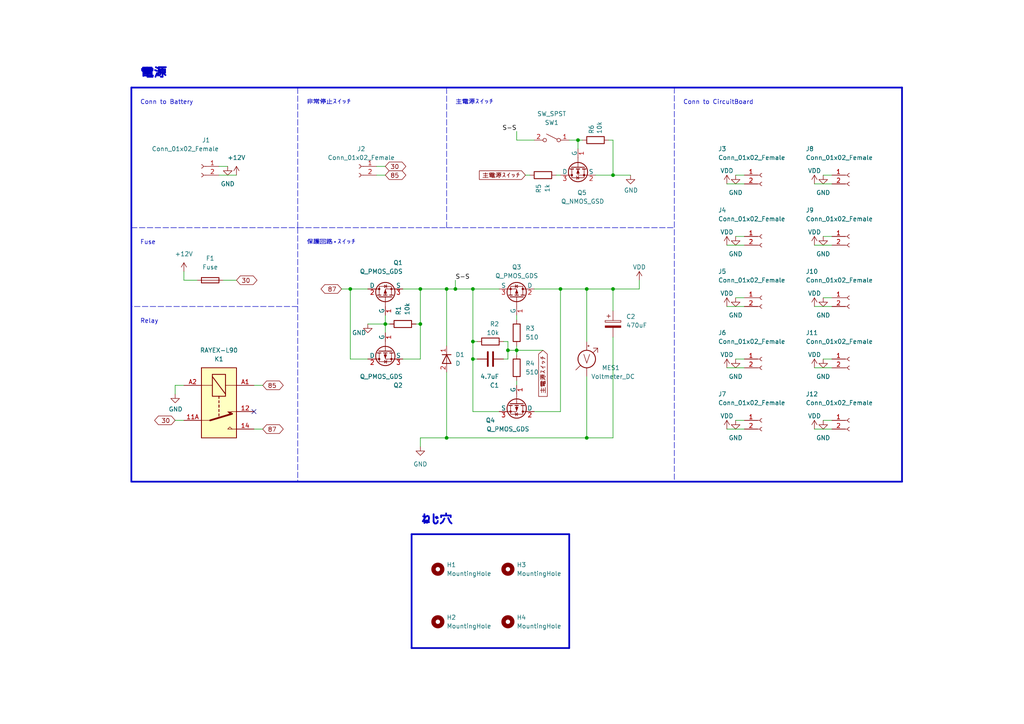
<source format=kicad_sch>
(kicad_sch (version 20211123) (generator eeschema)
  (paper "A4")
  (lib_symbols
    (symbol "Connector:Conn_01x02_Female" (pin_names (offset 1.016) hide)
      (property "Reference" "J" (at 0 2.54 0))
      (property "Value" "Conn_01x02_Female" (at 0 -5.08 0))
      (symbol "Conn_01x02_Female_1_1"
        (arc (start 0 -2.032) (mid -0.508 -2.54) (end 0 -3.048) (stroke (width 0.1524)))
        (polyline (pts (xy -1.27 -2.54) (xy -0.508 -2.54)) (stroke (width 0.1524)))
        (polyline (pts (xy -1.27 0) (xy -0.508 0)) (stroke (width 0.1524)))
        (arc (start 0 0.508) (mid -0.508 0) (end 0 -0.508) (stroke (width 0.1524)))
        (pin passive line (at -5.08 0 0) (length 3.81) (name "Pin_1") (number "1"))
        (pin passive line (at -5.08 -2.54 0) (length 3.81) (name "Pin_2") (number "2"))
      )
    )
    (symbol "D_3" (pin_names (offset 1.016) hide)
      (property "Reference" "D" (at 0 2.54 0))
      (property "Value" "D_3" (at 0 -2.54 0))
      (symbol "D_3_0_1"
        (polyline (pts (xy -1.27 1.27) (xy -1.27 -1.27)) (stroke (width 0.254)))
        (polyline (pts (xy 1.27 0) (xy -1.27 0)))
        (polyline (pts (xy 1.27 1.27) (xy 1.27 -1.27) (xy -1.27 0) (xy 1.27 1.27)) (stroke (width 0.254)))
      )
      (symbol "D_3_1_1"
        (pin passive line (at -3.81 0 0) (length 2.54) (name "K") (number "1"))
        (pin passive line (at 3.81 0 180) (length 2.54) (name "A") (number "2"))
      )
    )
    (symbol "Device:C" (pin_numbers hide) (pin_names (offset 0.254))
      (property "Reference" "C" (at 0.635 2.54 0))
      (property "Value" "C" (at 0.635 -2.54 0))
      (symbol "C_0_1"
        (polyline (pts (xy -2.032 -0.762) (xy 2.032 -0.762)) (stroke (width 0.508)))
        (polyline (pts (xy -2.032 0.762) (xy 2.032 0.762)) (stroke (width 0.508)))
      )
      (symbol "C_1_1"
        (pin passive line (at 0 3.81 270) (length 2.794) (name "~") (number "1"))
        (pin passive line (at 0 -3.81 90) (length 2.794) (name "~") (number "2"))
      )
    )
    (symbol "Device:C_Polarized" (pin_numbers hide) (pin_names (offset 0.254))
      (property "Reference" "C" (at 0.635 2.54 0))
      (property "Value" "C_Polarized" (at 0.635 -2.54 0))
      (symbol "C_Polarized_0_1"
        (rectangle (start -2.286 0.508) (end 2.286 1.016))
        (polyline (pts (xy -1.778 2.286) (xy -0.762 2.286)))
        (polyline (pts (xy -1.27 2.794) (xy -1.27 1.778)))
        (rectangle (start 2.286 -0.508) (end -2.286 -1.016) (fill (type outline)))
      )
      (symbol "C_Polarized_1_1"
        (pin passive line (at 0 3.81 270) (length 2.794) (name "~") (number "1"))
        (pin passive line (at 0 -3.81 90) (length 2.794) (name "~") (number "2"))
      )
    )
    (symbol "Device:Fuse" (pin_numbers hide) (pin_names (offset 0))
      (property "Reference" "F" (at 2.032 0 90))
      (property "Value" "Fuse" (at -1.905 0 90))
      (symbol "Fuse_0_1"
        (rectangle (start -0.762 -2.54) (end 0.762 2.54) (stroke (width 0.254)))
        (polyline (pts (xy 0 2.54) (xy 0 -2.54)))
      )
      (symbol "Fuse_1_1"
        (pin passive line (at 0 3.81 270) (length 1.27) (name "~") (number "1"))
        (pin passive line (at 0 -3.81 90) (length 1.27) (name "~") (number "2"))
      )
    )
    (symbol "Device:Q_PMOS_GDS" (pin_names (offset 0))
      (property "Reference" "Q" (at 5.08 1.27 0))
      (property "Value" "Q_PMOS_GDS" (at 5.08 -1.27 0))
      (symbol "Q_PMOS_GDS_0_1"
        (polyline (pts (xy 0.254 0) (xy -2.54 0)))
        (polyline (pts (xy 0.254 1.905) (xy 0.254 -1.905)) (stroke (width 0.254)))
        (polyline (pts (xy 0.762 -1.27) (xy 0.762 -2.286)) (stroke (width 0.254)))
        (polyline (pts (xy 0.762 0.508) (xy 0.762 -0.508)) (stroke (width 0.254)))
        (polyline (pts (xy 0.762 2.286) (xy 0.762 1.27)) (stroke (width 0.254)))
        (polyline (pts (xy 2.54 2.54) (xy 2.54 1.778)))
        (polyline (pts (xy 2.54 -2.54) (xy 2.54 0) (xy 0.762 0)))
        (polyline (pts (xy 0.762 1.778) (xy 3.302 1.778) (xy 3.302 -1.778) (xy 0.762 -1.778)))
        (polyline (pts (xy 2.286 0) (xy 1.27 0.381) (xy 1.27 -0.381) (xy 2.286 0)) (fill (type outline)))
        (polyline (pts (xy 2.794 -0.508) (xy 2.921 -0.381) (xy 3.683 -0.381) (xy 3.81 -0.254)))
        (polyline (pts (xy 3.302 -0.381) (xy 2.921 0.254) (xy 3.683 0.254) (xy 3.302 -0.381)))
        (circle (center 1.651 0) (radius 2.794) (stroke (width 0.254)))
        (circle (center 2.54 -1.778) (radius 0.254) (fill (type outline)))
        (circle (center 2.54 1.778) (radius 0.254) (fill (type outline)))
      )
      (symbol "Q_PMOS_GDS_1_1"
        (pin input line (at -5.08 0 0) (length 2.54) (name "G") (number "1"))
        (pin passive line (at 2.54 5.08 270) (length 2.54) (name "D") (number "2"))
        (pin passive line (at 2.54 -5.08 90) (length 2.54) (name "S") (number "3"))
      )
    )
    (symbol "Device:R" (pin_numbers hide) (pin_names (offset 0))
      (property "Reference" "R" (at 2.032 0 90))
      (property "Value" "R" (at 0 0 90))
      (symbol "R_0_1"
        (rectangle (start -1.016 -2.54) (end 1.016 2.54) (stroke (width 0.254)))
      )
      (symbol "R_1_1"
        (pin passive line (at 0 3.81 270) (length 1.27) (name "~") (number "1"))
        (pin passive line (at 0 -3.81 90) (length 1.27) (name "~") (number "2"))
      )
    )
    (symbol "Device:Voltmeter_DC" (pin_numbers hide) (pin_names (offset 0.0254) hide)
      (property "Reference" "MES" (at -3.302 1.016 0))
      (property "Value" "Voltmeter_DC" (at -3.302 -0.762 0))
      (symbol "Voltmeter_DC_0_0"
        (polyline (pts (xy -3.175 -3.175) (xy -1.905 -1.905)))
        (polyline (pts (xy 1.905 1.905) (xy 3.175 3.175)))
        (polyline (pts (xy 1.905 3.175) (xy 3.175 3.175) (xy 3.175 1.905)))
        (text "V" (at 0 0 0) (effects (font (size 2.54 2.54))))
      )
      (symbol "Voltmeter_DC_0_1"
        (polyline (pts (xy 0.254 3.81) (xy 0.762 3.81)))
        (polyline (pts (xy 0.508 4.064) (xy 0.508 3.556)))
        (circle (center 0 0) (radius 2.54) (stroke (width 0.254)))
      )
      (symbol "Voltmeter_DC_1_1"
        (pin passive line (at 0 -5.08 90) (length 2.54) (name "-") (number "1"))
        (pin passive line (at 0 5.08 270) (length 2.54) (name "+") (number "2"))
      )
    )
    (symbol "Mechanical:MountingHole" (pin_names (offset 1.016))
      (property "Reference" "H" (at 0 5.08 0))
      (property "Value" "MountingHole" (at 0 3.175 0))
      (symbol "MountingHole_0_1"
        (circle (center 0 0) (radius 1.27) (stroke (width 1.27)))
      )
    )
    (symbol "Q_NMOS_GSD_1" (pin_names (offset 0))
      (property "Reference" "Q" (at 5.08 1.27 0))
      (property "Value" "Q_NMOS_GSD_1" (at 5.08 -1.27 0))
      (symbol "Q_NMOS_GSD_1_0_1"
        (polyline (pts (xy 0.254 0) (xy -2.54 0)))
        (polyline (pts (xy 0.254 1.905) (xy 0.254 -1.905)) (stroke (width 0.254)))
        (polyline (pts (xy 0.762 -1.27) (xy 0.762 -2.286)) (stroke (width 0.254)))
        (polyline (pts (xy 0.762 0.508) (xy 0.762 -0.508)) (stroke (width 0.254)))
        (polyline (pts (xy 0.762 2.286) (xy 0.762 1.27)) (stroke (width 0.254)))
        (polyline (pts (xy 2.54 2.54) (xy 2.54 1.778)))
        (polyline (pts (xy 2.54 -2.54) (xy 2.54 0) (xy 0.762 0)))
        (polyline (pts (xy 0.762 -1.778) (xy 3.302 -1.778) (xy 3.302 1.778) (xy 0.762 1.778)))
        (polyline (pts (xy 1.016 0) (xy 2.032 0.381) (xy 2.032 -0.381) (xy 1.016 0)) (fill (type outline)))
        (polyline (pts (xy 2.794 0.508) (xy 2.921 0.381) (xy 3.683 0.381) (xy 3.81 0.254)))
        (polyline (pts (xy 3.302 0.381) (xy 2.921 -0.254) (xy 3.683 -0.254) (xy 3.302 0.381)))
        (circle (center 1.651 0) (radius 2.794) (stroke (width 0.254)))
        (circle (center 2.54 -1.778) (radius 0.254) (fill (type outline)))
        (circle (center 2.54 1.778) (radius 0.254) (fill (type outline)))
      )
      (symbol "Q_NMOS_GSD_1_1_1"
        (pin input line (at -5.08 0 0) (length 2.54) (name "G") (number "1"))
        (pin passive line (at 2.54 -5.08 90) (length 2.54) (name "S") (number "2"))
        (pin passive line (at 2.54 5.08 270) (length 2.54) (name "D") (number "3"))
      )
    )
    (symbol "Relay:RAYEX-L90"
      (property "Reference" "K1" (at 0 15.24 90))
      (property "Value" "RAYEX-L90" (at 0 12.7 90))
      (symbol "RAYEX-L90_1_0"
        (polyline (pts (xy 2.54 3.81) (xy 2.54 5.08)))
        (polyline (pts (xy 7.62 3.81) (xy 7.62 5.08)))
        (polyline (pts (xy 7.62 3.81) (xy 7.62 2.54) (xy 6.985 3.175) (xy 7.62 3.81)))
      )
      (symbol "RAYEX-L90_1_1"
        (rectangle (start -10.16 5.08) (end 10.16 -5.08) (stroke (width 0.254)) (fill (type background)))
        (rectangle (start -8.255 1.905) (end -1.905 -1.905) (stroke (width 0.254)))
        (polyline (pts (xy -7.62 -1.905) (xy -2.54 1.905)) (stroke (width 0.254)))
        (polyline (pts (xy -5.08 -5.08) (xy -5.08 -1.905)))
        (polyline (pts (xy -5.08 5.08) (xy -5.08 1.905)))
        (polyline (pts (xy -1.905 0) (xy -1.27 0)) (stroke (width 0.254)))
        (polyline (pts (xy -0.635 0) (xy 0 0)) (stroke (width 0.254)))
        (polyline (pts (xy 0.635 0) (xy 1.27 0)) (stroke (width 0.254)))
        (polyline (pts (xy 0.635 0) (xy 1.27 0)) (stroke (width 0.254)))
        (polyline (pts (xy 1.905 0) (xy 2.54 0)) (stroke (width 0.254)))
        (polyline (pts (xy 3.175 0) (xy 3.81 0)) (stroke (width 0.254)))
        (polyline (pts (xy 5.08 -2.54) (xy 3.175 3.81)) (stroke (width 0.508)))
        (polyline (pts (xy 5.08 -2.54) (xy 5.08 -5.08)))
        (polyline (pts (xy 2.54 2.54) (xy 3.175 3.175) (xy 2.54 3.81)) (fill (type outline)))
        (pin passive line (at 5.08 -10.16 90) (length 5.08) (name "~") (number "11A"))
        (pin passive line (at 2.54 10.16 270) (length 5.08) (name "~") (number "12"))
        (pin passive line (at 7.62 10.16 270) (length 5.08) (name "~") (number "14"))
        (pin passive line (at -5.08 10.16 270) (length 5.08) (name "~") (number "A1"))
        (pin passive line (at -5.08 -10.16 90) (length 5.08) (name "~") (number "A2"))
      )
    )
    (symbol "Switch:SW_SPST" (pin_names (offset 0) hide)
      (property "Reference" "SW" (at 0 3.175 0))
      (property "Value" "SW_SPST" (at 0 -2.54 0))
      (symbol "SW_SPST_0_0"
        (circle (center -2.032 0) (radius 0.508))
        (polyline (pts (xy -1.524 0.254) (xy 1.524 1.778)))
        (circle (center 2.032 0) (radius 0.508))
      )
      (symbol "SW_SPST_1_1"
        (pin passive line (at -5.08 0 0) (length 2.54) (name "A") (number "1"))
        (pin passive line (at 5.08 0 180) (length 2.54) (name "B") (number "2"))
      )
    )
    (symbol "power:+12V" (power) (pin_names (offset 0))
      (property "Value" "+12V" (at 0 3.556 0))
      (symbol "+12V_0_1"
        (polyline (pts (xy -0.762 1.27) (xy 0 2.54)))
        (polyline (pts (xy 0 0) (xy 0 2.54)))
        (polyline (pts (xy 0 2.54) (xy 0.762 1.27)))
      )
      (symbol "+12V_1_1"
        (pin power_in line (at 0 0 90) (length 0) hide (name "+12V") (number "1"))
      )
    )
    (symbol "power:GND" (power) (pin_names (offset 0))
      (property "Value" "GND" (at 0 -3.81 0))
      (symbol "GND_0_1"
        (polyline (pts (xy 0 0) (xy 0 -1.27) (xy 1.27 -1.27) (xy 0 -2.54) (xy -1.27 -1.27) (xy 0 -1.27)))
      )
      (symbol "GND_1_1"
        (pin power_in line (at 0 0 270) (length 0) hide (name "GND") (number "1"))
      )
    )
    (symbol "power:VDD" (power) (pin_names (offset 0))
      (property "Value" "VDD" (at 0 3.81 0))
      (symbol "VDD_0_1"
        (polyline (pts (xy -0.762 1.27) (xy 0 2.54)))
        (polyline (pts (xy 0 0) (xy 0 2.54)))
        (polyline (pts (xy 0 2.54) (xy 0.762 1.27)))
      )
      (symbol "VDD_1_1"
        (pin power_in line (at 0 0 90) (length 0) hide (name "VDD") (number "1"))
      )
    )
  )
  (junction (at 132.08 83.82))
  (junction (at 137.16 83.82))
  (junction (at 137.16 99.06))
  (junction (at 170.18 127))
  (junction (at 101.6 83.82))
  (junction (at 167.64 40.64))
  (junction (at 121.92 93.98))
  (junction (at 177.8 83.82))
  (junction (at 121.92 83.82))
  (junction (at 129.54 83.82))
  (junction (at 149.86 101.6))
  (junction (at 137.16 104.14))
  (junction (at 162.56 83.82))
  (junction (at 147.32 101.6))
  (junction (at 177.8 50.8))
  (junction (at 170.18 83.82))
  (junction (at 111.76 93.98))
  (junction (at 129.54 127))
  (no_connect (at 73.66 119.38))
  (wire (pts (xy 167.64 40.64) (xy 168.91 40.64)))
  (polyline (pts (xy 86.36 66.04) (xy 129.54 66.04)))
  (wire (pts (xy 63.5 48.26) (xy 66.04 48.26)))
  (polyline (pts (xy 86.36 66.04) (xy 86.36 88.9)))
  (polyline (pts (xy 86.36 66.04) (xy 86.36 25.4)))
  (wire (pts (xy 215.9 50.8) (xy 213.36 50.8)))
  (wire (pts (xy 50.8 114.3) (xy 50.8 111.76)))
  (wire (pts (xy 177.8 127) (xy 170.18 127)))
  (wire (pts (xy 149.86 40.64) (xy 154.94 40.64)))
  (wire (pts (xy 241.3 50.8) (xy 238.76 50.8)))
  (wire (pts (xy 241.3 86.36) (xy 238.76 86.36)))
  (wire (pts (xy 177.8 83.82) (xy 185.42 83.82)))
  (wire (pts (xy 170.18 83.82) (xy 170.18 99.06)))
  (wire (pts (xy 121.92 104.14) (xy 116.84 104.14)))
  (polyline (pts (xy 38.1 139.7) (xy 261.62 139.7)) (stroke (width 0.5) (type solid)))
  (wire (pts (xy 121.92 93.98) (xy 121.92 104.14)))
  (polyline (pts (xy 86.36 88.9) (xy 38.1 88.9)))
  (polyline (pts (xy 86.36 88.9) (xy 86.36 139.7)))
  (wire (pts (xy 101.6 104.14) (xy 106.68 104.14)))
  (wire (pts (xy 241.3 124.46) (xy 236.22 124.46)))
  (wire (pts (xy 50.8 111.76) (xy 53.34 111.76)))
  (wire (pts (xy 241.3 71.12) (xy 236.22 71.12)))
  (wire (pts (xy 215.9 104.14) (xy 213.36 104.14)))
  (wire (pts (xy 177.8 83.82) (xy 177.8 90.17)))
  (wire (pts (xy 137.16 99.06) (xy 137.16 104.14)))
  (wire (pts (xy 149.86 101.6) (xy 149.86 102.87)))
  (wire (pts (xy 63.5 50.8) (xy 68.58 50.8)))
  (wire (pts (xy 73.66 111.76) (xy 76.2 111.76)))
  (wire (pts (xy 154.94 83.82) (xy 162.56 83.82)))
  (wire (pts (xy 137.16 83.82) (xy 144.78 83.82)))
  (wire (pts (xy 101.6 83.82) (xy 106.68 83.82)))
  (polyline (pts (xy 129.54 66.04) (xy 129.54 25.4)))
  (polyline (pts (xy 119.38 154.94) (xy 119.38 187.96)) (stroke (width 0.5) (type solid)))
  (wire (pts (xy 120.65 93.98) (xy 121.92 93.98)))
  (wire (pts (xy 215.9 124.46) (xy 210.82 124.46)))
  (wire (pts (xy 215.9 106.68) (xy 210.82 106.68)))
  (wire (pts (xy 241.3 88.9) (xy 236.22 88.9)))
  (wire (pts (xy 149.86 101.6) (xy 157.48 101.6)))
  (wire (pts (xy 50.8 121.92) (xy 53.34 121.92)))
  (wire (pts (xy 99.06 83.82) (xy 101.6 83.82)))
  (wire (pts (xy 137.16 104.14) (xy 137.16 119.38)))
  (wire (pts (xy 215.9 71.12) (xy 210.82 71.12)))
  (wire (pts (xy 176.53 40.64) (xy 177.8 40.64)))
  (wire (pts (xy 53.34 81.28) (xy 57.15 81.28)))
  (wire (pts (xy 161.29 50.8) (xy 162.56 50.8)))
  (wire (pts (xy 149.86 38.1) (xy 149.86 40.64)))
  (polyline (pts (xy 261.62 139.7) (xy 261.62 25.4)) (stroke (width 0.5) (type solid)))
  (polyline (pts (xy 119.38 187.96) (xy 165.1 187.96)) (stroke (width 0.5) (type solid)))
  (polyline (pts (xy 38.1 25.4) (xy 38.1 139.7)) (stroke (width 0.5) (type solid)))
  (wire (pts (xy 129.54 127) (xy 170.18 127)))
  (wire (pts (xy 73.66 124.46) (xy 76.2 124.46)))
  (polyline (pts (xy 165.1 187.96) (xy 165.1 154.94)) (stroke (width 0.5) (type solid)))
  (wire (pts (xy 172.72 50.8) (xy 177.8 50.8)))
  (wire (pts (xy 149.86 110.49) (xy 149.86 111.76)))
  (polyline (pts (xy 119.38 154.94) (xy 165.1 154.94)) (stroke (width 0.5) (type solid)))
  (wire (pts (xy 147.32 104.14) (xy 146.05 104.14)))
  (wire (pts (xy 215.9 86.36) (xy 213.36 86.36)))
  (wire (pts (xy 215.9 88.9) (xy 210.82 88.9)))
  (wire (pts (xy 241.3 104.14) (xy 238.76 104.14)))
  (wire (pts (xy 121.92 83.82) (xy 121.92 93.98)))
  (wire (pts (xy 111.76 93.98) (xy 111.76 96.52)))
  (wire (pts (xy 129.54 107.95) (xy 129.54 127)))
  (wire (pts (xy 152.4 50.8) (xy 153.67 50.8)))
  (wire (pts (xy 165.1 40.64) (xy 167.64 40.64)))
  (wire (pts (xy 241.3 106.68) (xy 236.22 106.68)))
  (wire (pts (xy 116.84 83.82) (xy 121.92 83.82)))
  (wire (pts (xy 53.34 78.74) (xy 53.34 81.28)))
  (wire (pts (xy 177.8 50.8) (xy 182.88 50.8)))
  (wire (pts (xy 162.56 119.38) (xy 162.56 83.82)))
  (wire (pts (xy 111.76 93.98) (xy 113.03 93.98)))
  (wire (pts (xy 144.78 119.38) (xy 137.16 119.38)))
  (wire (pts (xy 170.18 83.82) (xy 177.8 83.82)))
  (wire (pts (xy 137.16 104.14) (xy 138.43 104.14)))
  (wire (pts (xy 154.94 119.38) (xy 162.56 119.38)))
  (wire (pts (xy 177.8 50.8) (xy 177.8 40.64)))
  (wire (pts (xy 129.54 83.82) (xy 129.54 100.33)))
  (wire (pts (xy 149.86 100.33) (xy 149.86 101.6)))
  (wire (pts (xy 215.9 53.34) (xy 210.82 53.34)))
  (wire (pts (xy 121.92 127) (xy 121.92 129.54)))
  (wire (pts (xy 241.3 68.58) (xy 238.76 68.58)))
  (wire (pts (xy 106.68 93.98) (xy 111.76 93.98)))
  (polyline (pts (xy 195.58 25.4) (xy 195.58 139.7)))
  (wire (pts (xy 215.9 68.58) (xy 213.36 68.58)))
  (wire (pts (xy 121.92 83.82) (xy 129.54 83.82)))
  (wire (pts (xy 111.76 91.44) (xy 111.76 93.98)))
  (polyline (pts (xy 129.54 66.04) (xy 195.58 66.04)))
  (wire (pts (xy 146.05 99.06) (xy 147.32 99.06)))
  (wire (pts (xy 177.8 97.79) (xy 177.8 127)))
  (wire (pts (xy 64.77 81.28) (xy 68.58 81.28)))
  (wire (pts (xy 147.32 101.6) (xy 149.86 101.6)))
  (wire (pts (xy 147.32 99.06) (xy 147.32 101.6)))
  (wire (pts (xy 101.6 83.82) (xy 101.6 104.14)))
  (wire (pts (xy 167.64 43.18) (xy 167.64 40.64)))
  (polyline (pts (xy 38.1 25.4) (xy 261.62 25.4)) (stroke (width 0.5) (type solid)))
  (wire (pts (xy 185.42 81.28) (xy 185.42 83.82)))
  (wire (pts (xy 132.08 83.82) (xy 137.16 83.82)))
  (wire (pts (xy 241.3 121.92) (xy 238.76 121.92)))
  (polyline (pts (xy 38.1 66.04) (xy 86.36 66.04)))
  (wire (pts (xy 109.22 48.26) (xy 111.76 48.26)))
  (wire (pts (xy 170.18 109.22) (xy 170.18 127)))
  (wire (pts (xy 137.16 99.06) (xy 138.43 99.06)))
  (wire (pts (xy 149.86 91.44) (xy 149.86 92.71)))
  (wire (pts (xy 215.9 121.92) (xy 213.36 121.92)))
  (wire (pts (xy 109.22 50.8) (xy 111.76 50.8)))
  (wire (pts (xy 137.16 83.82) (xy 137.16 99.06)))
  (wire (pts (xy 132.08 81.28) (xy 132.08 83.82)))
  (wire (pts (xy 129.54 83.82) (xy 132.08 83.82)))
  (wire (pts (xy 241.3 53.34) (xy 236.22 53.34)))
  (wire (pts (xy 162.56 83.82) (xy 170.18 83.82)))
  (wire (pts (xy 121.92 127) (xy 129.54 127)))
  (wire (pts (xy 147.32 101.6) (xy 147.32 104.14)))
  (text "主電源スイッチ" (at 132.08 30.48 0) (effects (font (size 1.27 1.27)) (justify left bottom)))
  (text "電源" (at 40.64 22.86 0) (effects (font (size 2.54 2.54) bold) (justify left bottom)))
  (text "ねじ穴" (at 121.92 152.4 0) (effects (font (size 2.54 2.54) (thickness 0.508) bold) (justify left bottom)))
  (text "Conn to Battery" (at 40.64 30.48 0) (effects (font (size 1.27 1.27)) (justify left bottom)))
  (text "保護回路・スイッチ" (at 88.9 71.12 0) (effects (font (size 1.27 1.27)) (justify left bottom)))
  (text "Relay" (at 40.64 93.98 0) (effects (font (size 1.27 1.27)) (justify left bottom)))
  (text "Conn to CircuitBoard" (at 198.12 30.48 0) (effects (font (size 1.27 1.27)) (justify left bottom)))
  (text "Fuse" (at 40.64 71.12 0) (effects (font (size 1.27 1.27)) (justify left bottom)))
  (text "非常停止スイッチ" (at 88.9 30.48 0) (effects (font (size 1.27 1.27)) (justify left bottom)))
  (label "S-S" (at 132.08 81.28 0))
  (label "S-S" (at 149.86 38.1 180))
  (global_label "85" (shape bidirectional) (at 111.76 50.8 0) (property "Intersheet References" "${INTERSHEET_REFS}" (effects hide)))
  (global_label "30" (shape bidirectional) (at 50.8 121.92 180) (property "Intersheet References" "${INTERSHEET_REFS}" (effects hide)))
  (global_label "87" (shape bidirectional) (at 99.06 83.82 180) (property "Intersheet References" "${INTERSHEET_REFS}" (effects hide)))
  (global_label "主電源スイッチ" (shape input) (at 152.4 50.8 180) (property "Intersheet References" "${INTERSHEET_REFS}" (effects hide)))
  (global_label "30" (shape bidirectional) (at 68.58 81.28 0) (property "Intersheet References" "${INTERSHEET_REFS}" (effects hide)))
  (global_label "85" (shape bidirectional) (at 76.2 111.76 0) (property "Intersheet References" "${INTERSHEET_REFS}" (effects hide)))
  (global_label "主電源スイッチ" (shape input) (at 157.48 101.6 270) (property "Intersheet References" "${INTERSHEET_REFS}" (effects hide)))
  (global_label "87" (shape bidirectional) (at 76.2 124.46 0) (property "Intersheet References" "${INTERSHEET_REFS}" (effects hide)))
  (global_label "30" (shape bidirectional) (at 111.76 48.26 0) (property "Intersheet References" "${INTERSHEET_REFS}" (effects hide)))
  (symbol (lib_id "Device:C") (at 142.24 104.14 90) (unit 1)
    (property "Reference" "C1" (at 144.78 111.76 90) (effects (justify left)))
    (property "Value" "4.7uF" (at 144.78 109.22 90) (effects (justify left)))
    (property "Footprint" "Capacitor_SMD:C_0805_2012Metric_Pad1.18x1.45mm_HandSolder" (effects hide))
  )
  (symbol (lib_id "power:GND") (at 66.04 48.26 0) (unit 1)
    (property "Reference" "#PWR0103" (effects hide))
    (property "Value" "GND" (at 66.04 53.34 0))
  )
  (symbol (lib_id "power:VDD") (at 210.82 88.9 0) (mirror y) (unit 1)
    (property "Reference" "#PWR0107" (effects hide))
    (property "Value" "VDD" (at 210.82 85.09 0))
  )
  (symbol (lib_id "Device:C_Polarized") (at 177.8 93.98 0) (unit 1)
    (property "Reference" "C2" (at 181.61 91.8209 0) (effects (justify left)))
    (property "Value" "470uF" (at 181.61 94.3609 0) (effects (justify left)))
    (property "Footprint" "Capacitor_SMD:C_Elec_8x10.2" (effects hide))
  )
  (symbol (lib_id "power:GND") (at 121.92 129.54 0) (unit 1)
    (property "Reference" "#PWR0117" (effects hide))
    (property "Value" "GND" (at 121.92 134.62 0))
  )
  (symbol (lib_name "D_3") (lib_id "Device:D") (at 129.54 104.14 270) (unit 1)
    (property "Reference" "D1" (at 132.08 102.8699 90) (effects (justify left)))
    (property "Value" "D" (at 132.08 105.4099 90) (effects (justify left)))
    (property "Footprint" "Diode_SMD:D_SOD-123" (effects hide))
  )
  (symbol (lib_id "Connector:Conn_01x02_Female") (at 246.38 86.36 0) (unit 1)
    (property "Reference" "J10" (at 233.68 78.74 0) (effects (justify left)))
    (property "Value" "Conn_01x02_Female" (at 233.68 81.28 0) (effects (justify left)))
    (property "Footprint" "Connector_AMASS:AMASS_XT30PW-M_1x02_P2.50mm_Horizontal" (effects hide))
  )
  (symbol (lib_id "Device:Q_PMOS_GDS") (at 111.76 101.6 90) (mirror x) (unit 1)
    (property "Reference" "Q2" (at 116.84 111.76 90) (effects (justify left)))
    (property "Value" "Q_PMOS_GDS" (at 116.84 109.22 90) (effects (justify left)))
    (property "Footprint" "Package_TO_SOT_SMD:TO-252-3_TabPin2" (effects hide))
  )
  (symbol (lib_id "power:GND") (at 238.76 104.14 0) (mirror y) (unit 1)
    (property "Reference" "#PWR0111" (effects hide))
    (property "Value" "GND" (at 238.76 109.22 0))
  )
  (symbol (lib_id "power:GND") (at 238.76 50.8 0) (mirror y) (unit 1)
    (property "Reference" "#PWR0126" (effects hide))
    (property "Value" "GND" (at 238.76 55.88 0))
  )
  (symbol (lib_id "Relay:RAYEX-L90") (at 63.5 116.84 270) (unit 1)
    (property "Reference" "K1" (at 63.5 104.14 90))
    (property "Value" "RAYEX-L90" (at 63.5 101.6 90))
    (property "Footprint" "Relay:TRV4-L-12V-Z-F" (effects hide))
    (property "Datasheet" "https://a3.sofastcdn.com/attachment/7jioKBjnRiiSrjrjknRiwS77gwbf3zmp/L90-SERIES.pdf" (effects hide))
  )
  (symbol (lib_id "Device:R") (at 157.48 50.8 270) (mirror x) (unit 1)
    (property "Reference" "R5" (at 156.2099 53.34 0) (effects (justify right)))
    (property "Value" "1k" (at 158.7499 53.34 0) (effects (justify right)))
    (property "Footprint" "Resistor_SMD:R_0603_1608Metric_Pad0.98x0.95mm_HandSolder" (effects hide))
  )
  (symbol (lib_id "power:VDD") (at 236.22 71.12 0) (mirror y) (unit 1)
    (property "Reference" "#PWR0125" (effects hide))
    (property "Value" "VDD" (at 236.22 67.31 0))
  )
  (symbol (lib_id "Device:Q_PMOS_GDS") (at 149.86 116.84 270) (unit 1)
    (property "Reference" "Q4" (at 142.24 121.92 90))
    (property "Value" "Q_PMOS_GDS" (at 147.32 124.46 90))
    (property "Footprint" "Package_TO_SOT_SMD:TO-252-3_TabPin2" (effects hide))
  )
  (symbol (lib_id "Connector:Conn_01x02_Female") (at 220.98 50.8 0) (unit 1)
    (property "Reference" "J3" (at 208.28 43.18 0) (effects (justify left)))
    (property "Value" "Conn_01x02_Female" (at 208.28 45.72 0) (effects (justify left)))
    (property "Footprint" "Connector_AMASS:AMASS_XT30PW-M_1x02_P2.50mm_Horizontal" (effects hide))
  )
  (symbol (lib_id "Device:Q_PMOS_GDS") (at 111.76 86.36 90) (unit 1)
    (property "Reference" "Q1" (at 116.84 76.2 90) (effects (justify left)))
    (property "Value" "Q_PMOS_GDS" (at 116.84 78.74 90) (effects (justify left)))
    (property "Footprint" "Package_TO_SOT_SMD:TO-252-3_TabPin2" (effects hide))
  )
  (symbol (lib_id "Device:Q_PMOS_GDS") (at 149.86 86.36 270) (mirror x) (unit 1)
    (property "Reference" "Q3" (at 149.86 77.47 90))
    (property "Value" "Q_PMOS_GDS" (at 149.86 80.01 90))
    (property "Footprint" "Package_TO_SOT_SMD:TO-252-3_TabPin2" (effects hide))
  )
  (symbol (lib_id "power:VDD") (at 236.22 88.9 0) (mirror y) (unit 1)
    (property "Reference" "#PWR0113" (effects hide))
    (property "Value" "VDD" (at 236.22 85.09 0))
  )
  (symbol (lib_id "Device:R") (at 142.24 99.06 90) (unit 1)
    (property "Reference" "R2" (at 144.78 93.98 90) (effects (justify left)))
    (property "Value" "10k" (at 144.78 96.52 90) (effects (justify left)))
    (property "Footprint" "Resistor_SMD:R_0603_1608Metric_Pad0.98x0.95mm_HandSolder" (effects hide))
  )
  (symbol (lib_id "power:VDD") (at 236.22 106.68 0) (mirror y) (unit 1)
    (property "Reference" "#PWR0110" (effects hide))
    (property "Value" "VDD" (at 236.22 102.87 0))
  )
  (symbol (lib_name "Q_NMOS_GSD_1") (lib_id "Device:Q_NMOS_GSD") (at 167.64 48.26 90) (mirror x) (unit 1)
    (property "Reference" "Q5" (at 170.18 55.88 90) (effects (justify left)))
    (property "Value" "Q_NMOS_GSD" (at 175.26 58.42 90) (effects (justify left)))
    (property "Footprint" "Package_TO_SOT_SMD:SOT-23_Handsoldering" (effects hide))
  )
  (symbol (lib_id "Device:R") (at 116.84 93.98 90) (unit 1)
    (property "Reference" "R1" (at 115.5699 91.44 0) (effects (justify left)))
    (property "Value" "10k" (at 118.1099 91.44 0) (effects (justify left)))
    (property "Footprint" "Resistor_SMD:R_0603_1608Metric_Pad0.98x0.95mm_HandSolder" (effects hide))
  )
  (symbol (lib_id "Connector:Conn_01x02_Female") (at 220.98 86.36 0) (unit 1)
    (property "Reference" "J5" (at 208.28 78.74 0) (effects (justify left)))
    (property "Value" "Conn_01x02_Female" (at 208.28 81.28 0) (effects (justify left)))
    (property "Footprint" "Connector_AMASS:AMASS_XT30PW-M_1x02_P2.50mm_Horizontal" (effects hide))
  )
  (symbol (lib_id "Connector:Conn_01x02_Female") (at 246.38 104.14 0) (unit 1)
    (property "Reference" "J11" (at 233.68 96.52 0) (effects (justify left)))
    (property "Value" "Conn_01x02_Female" (at 233.68 99.06 0) (effects (justify left)))
    (property "Footprint" "Connector_AMASS:AMASS_XT30PW-M_1x02_P2.50mm_Horizontal" (effects hide))
  )
  (symbol (lib_id "Device:Voltmeter_DC") (at 170.18 104.14 0) (unit 1)
    (property "Reference" "MES1" (at 177.165 106.68 0))
    (property "Value" "Voltmeter_DC" (at 177.8 109.22 0))
    (property "Footprint" "Voltmeter:SuperSmallVoltmeter_twoline" (effects hide))
  )
  (symbol (lib_id "Connector:Conn_01x02_Female") (at 58.42 48.26 0) (mirror y) (unit 1)
    (property "Reference" "J1" (at 60.96 40.64 0) (effects (justify left)))
    (property "Value" "Conn_01x02_Female" (at 63.5 43.18 0) (effects (justify left)))
    (property "Footprint" "Connector_AMASS:AMASS_XT60PW-M_1x02_P7.20mm_Horizontal" (effects hide))
  )
  (symbol (lib_id "power:VDD") (at 236.22 53.34 0) (mirror y) (unit 1)
    (property "Reference" "#PWR0123" (effects hide))
    (property "Value" "VDD" (at 236.22 49.53 0))
  )
  (symbol (lib_id "power:GND") (at 238.76 68.58 0) (mirror y) (unit 1)
    (property "Reference" "#PWR0124" (effects hide))
    (property "Value" "GND" (at 238.76 73.66 0))
  )
  (symbol (lib_id "Device:R") (at 149.86 106.68 0) (unit 1)
    (property "Reference" "R4" (at 152.4 105.4099 0) (effects (justify left)))
    (property "Value" "510" (at 152.4 107.9499 0) (effects (justify left)))
    (property "Footprint" "Resistor_SMD:R_0603_1608Metric_Pad0.98x0.95mm_HandSolder" (effects hide))
  )
  (symbol (lib_id "power:VDD") (at 210.82 53.34 0) (mirror y) (unit 1)
    (property "Reference" "#PWR0120" (effects hide))
    (property "Value" "VDD" (at 210.82 49.53 0))
  )
  (symbol (lib_id "power:GND") (at 213.36 68.58 0) (mirror y) (unit 1)
    (property "Reference" "#PWR0121" (effects hide))
    (property "Value" "GND" (at 213.36 73.66 0))
  )
  (symbol (lib_id "power:GND") (at 106.68 93.98 0) (unit 1)
    (property "Reference" "#PWR0118" (effects hide))
    (property "Value" "GND" (at 104.14 96.52 0))
  )
  (symbol (lib_id "power:VDD") (at 210.82 106.68 0) (mirror y) (unit 1)
    (property "Reference" "#PWR0106" (effects hide))
    (property "Value" "VDD" (at 210.82 102.87 0))
  )
  (symbol (lib_id "power:GND") (at 213.36 50.8 0) (mirror y) (unit 1)
    (property "Reference" "#PWR0119" (effects hide))
    (property "Value" "GND" (at 213.36 55.88 0))
  )
  (symbol (lib_id "power:VDD") (at 185.42 81.28 0) (unit 1)
    (property "Reference" "#PWR0127" (effects hide))
    (property "Value" "VDD" (at 185.42 77.47 0))
  )
  (symbol (lib_id "Device:R") (at 149.86 96.52 0) (unit 1)
    (property "Reference" "R3" (at 152.4 95.2499 0) (effects (justify left)))
    (property "Value" "510" (at 152.4 97.7899 0) (effects (justify left)))
    (property "Footprint" "Resistor_SMD:R_0603_1608Metric_Pad0.98x0.95mm_HandSolder" (effects hide))
  )
  (symbol (lib_id "power:VDD") (at 210.82 124.46 0) (mirror y) (unit 1)
    (property "Reference" "#PWR0109" (effects hide))
    (property "Value" "VDD" (at 210.82 120.65 0))
  )
  (symbol (lib_id "Connector:Conn_01x02_Female") (at 220.98 121.92 0) (unit 1)
    (property "Reference" "J7" (at 208.28 114.3 0) (effects (justify left)))
    (property "Value" "Conn_01x02_Female" (at 208.28 116.84 0) (effects (justify left)))
    (property "Footprint" "Connector_AMASS:AMASS_XT30PW-M_1x02_P2.50mm_Horizontal" (effects hide))
  )
  (symbol (lib_id "Connector:Conn_01x02_Female") (at 220.98 104.14 0) (unit 1)
    (property "Reference" "J6" (at 208.28 96.52 0) (effects (justify left)))
    (property "Value" "Conn_01x02_Female" (at 208.28 99.06 0) (effects (justify left)))
    (property "Footprint" "Connector_AMASS:AMASS_XT30PW-M_1x02_P2.50mm_Horizontal" (effects hide))
  )
  (symbol (lib_id "Mechanical:MountingHole") (at 127 165.1 0) (unit 1)
    (property "Reference" "H1" (at 129.54 163.8299 0) (effects (justify left)))
    (property "Value" "MountingHole" (at 129.54 166.3699 0) (effects (justify left)))
    (property "Footprint" "MountingHole:MountingHole_3.2mm_M3" (effects hide))
  )
  (symbol (lib_id "Connector:Conn_01x02_Female") (at 246.38 68.58 0) (unit 1)
    (property "Reference" "J9" (at 233.68 60.96 0) (effects (justify left)))
    (property "Value" "Conn_01x02_Female" (at 233.68 63.5 0) (effects (justify left)))
    (property "Footprint" "Connector_AMASS:AMASS_XT30PW-M_1x02_P2.50mm_Horizontal" (effects hide))
  )
  (symbol (lib_id "power:GND") (at 213.36 104.14 0) (mirror y) (unit 1)
    (property "Reference" "#PWR0108" (effects hide))
    (property "Value" "GND" (at 213.36 109.22 0))
  )
  (symbol (lib_id "power:GND") (at 238.76 121.92 0) (mirror y) (unit 1)
    (property "Reference" "#PWR0116" (effects hide))
    (property "Value" "GND" (at 238.76 127 0))
  )
  (symbol (lib_id "Connector:Conn_01x02_Female") (at 246.38 121.92 0) (unit 1)
    (property "Reference" "J12" (at 233.68 114.3 0) (effects (justify left)))
    (property "Value" "Conn_01x02_Female" (at 233.68 116.84 0) (effects (justify left)))
    (property "Footprint" "Connector_AMASS:AMASS_XT30PW-M_1x02_P2.50mm_Horizontal" (effects hide))
  )
  (symbol (lib_id "Mechanical:MountingHole") (at 127 180.34 0) (unit 1)
    (property "Reference" "H2" (at 129.54 179.0699 0) (effects (justify left)))
    (property "Value" "MountingHole" (at 129.54 181.6099 0) (effects (justify left)))
    (property "Footprint" "MountingHole:MountingHole_3.2mm_M3" (effects hide))
  )
  (symbol (lib_id "Mechanical:MountingHole") (at 147.32 180.34 0) (unit 1)
    (property "Reference" "H4" (at 149.86 179.0699 0) (effects (justify left)))
    (property "Value" "MountingHole" (at 149.86 181.6099 0) (effects (justify left)))
    (property "Footprint" "MountingHole:MountingHole_3.2mm_M3" (effects hide))
  )
  (symbol (lib_id "power:+12V") (at 53.34 78.74 0) (unit 1)
    (property "Reference" "#PWR0101" (effects hide))
    (property "Value" "+12V" (at 53.34 73.66 0))
  )
  (symbol (lib_id "Device:Fuse") (at 60.96 81.28 90) (unit 1)
    (property "Reference" "F1" (at 60.96 74.93 90))
    (property "Value" "Fuse" (at 60.96 77.47 90))
    (property "Footprint" "Fuse:Fuseholder_Blade_Mini_Keystone_3568" (effects hide))
  )
  (symbol (lib_id "Connector:Conn_01x02_Female") (at 104.14 48.26 0) (mirror y) (unit 1)
    (property "Reference" "J2" (at 104.775 43.18 0))
    (property "Value" "Conn_01x02_Female" (at 104.775 45.72 0))
    (property "Footprint" "Connector_Molex:Molex_SPOX_5268-02A_1x02_P2.50mm_Horizontal" (effects hide))
  )
  (symbol (lib_id "Device:R") (at 172.72 40.64 90) (unit 1)
    (property "Reference" "R6" (at 171.5516 38.862 0) (effects (justify left)))
    (property "Value" "10k" (at 173.863 38.862 0) (effects (justify left)))
    (property "Footprint" "Resistor_SMD:R_0603_1608Metric_Pad0.98x0.95mm_HandSolder" (effects hide))
  )
  (symbol (lib_id "Connector:Conn_01x02_Female") (at 220.98 68.58 0) (unit 1)
    (property "Reference" "J4" (at 208.28 60.96 0) (effects (justify left)))
    (property "Value" "Conn_01x02_Female" (at 208.28 63.5 0) (effects (justify left)))
    (property "Footprint" "Connector_AMASS:AMASS_XT30PW-M_1x02_P2.50mm_Horizontal" (effects hide))
  )
  (symbol (lib_id "power:GND") (at 213.36 121.92 0) (mirror y) (unit 1)
    (property "Reference" "#PWR0115" (effects hide))
    (property "Value" "GND" (at 213.36 127 0))
  )
  (symbol (lib_id "Switch:SW_SPST") (at 160.02 40.64 0) (mirror y) (unit 1)
    (property "Reference" "SW1" (at 160.02 35.56 0))
    (property "Value" "SW_SPST" (at 160.02 33.02 0))
    (property "Footprint" "Rocker_Switch:DS-850K-S-ON" (effects hide))
  )
  (symbol (lib_id "power:GND") (at 182.88 50.8 0) (unit 1)
    (property "Reference" "#PWR0128" (effects hide))
    (property "Value" "GND" (at 183.007 55.1942 0))
  )
  (symbol (lib_id "power:GND") (at 238.76 86.36 0) (mirror y) (unit 1)
    (property "Reference" "#PWR0114" (effects hide))
    (property "Value" "GND" (at 238.76 91.44 0))
  )
  (symbol (lib_id "power:GND") (at 50.8 114.3 0) (unit 1)
    (property "Reference" "#PWR0102" (effects hide))
    (property "Value" "GND" (at 50.927 118.6942 0))
  )
  (symbol (lib_id "power:GND") (at 213.36 86.36 0) (mirror y) (unit 1)
    (property "Reference" "#PWR0105" (effects hide))
    (property "Value" "GND" (at 213.36 91.44 0))
  )
  (symbol (lib_id "power:VDD") (at 236.22 124.46 0) (mirror y) (unit 1)
    (property "Reference" "#PWR0112" (effects hide))
    (property "Value" "VDD" (at 236.22 120.65 0))
  )
  (symbol (lib_id "power:+12V") (at 68.58 50.8 0) (unit 1)
    (property "Reference" "#PWR0104" (effects hide))
    (property "Value" "+12V" (at 68.58 45.72 0))
  )
  (symbol (lib_id "Connector:Conn_01x02_Female") (at 246.38 50.8 0) (unit 1)
    (property "Reference" "J8" (at 233.68 43.18 0) (effects (justify left)))
    (property "Value" "Conn_01x02_Female" (at 233.68 45.72 0) (effects (justify left)))
    (property "Footprint" "Connector_AMASS:AMASS_XT30PW-M_1x02_P2.50mm_Horizontal" (effects hide))
  )
  (symbol (lib_id "power:VDD") (at 210.82 71.12 0) (mirror y) (unit 1)
    (property "Reference" "#PWR0122" (effects hide))
    (property "Value" "VDD" (at 210.82 67.31 0))
  )
  (symbol (lib_id "Mechanical:MountingHole") (at 147.32 165.1 0) (unit 1)
    (property "Reference" "H3" (at 149.86 163.8299 0) (effects (justify left)))
    (property "Value" "MountingHole" (at 149.86 166.3699 0) (effects (justify left)))
    (property "Footprint" "MountingHole:MountingHole_3.2mm_M3" (effects hide))
  )
)
</source>
